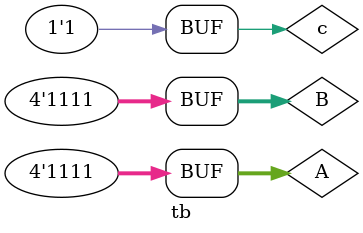
<source format=v>
`timescale 1ns / 1ps


module tb;

	// Inputs
	reg [3:0] A;
	reg [3:0] B;
	reg c;

	// Outputs
	wire [4:0] Sum;

	// Instantiate the Unit Under Test (UUT)
	FullAdder4bit uut (
		.A(A), 
		.B(B), 
		.c(c), 
		.Sum(Sum)
	);

	initial begin
		// Initialize Inputs
		A = 0;
		B = 0;
		c = 0;

		// Wait 100 ns for global reset to finish
		#100;
		A = 1;
		B = 0;
		c = 0;
		#100;
		
		#100;
		A = 0;
		B = 1;
		c = 0;
		#100;
		#100;
		A = 0;
		B = 0;
		c = 1;
		#100;
		#100;
		A = 1;
		B = 1;
		c = 1;
		#100;
		#100;
		A = 5;
		B = 3;
		c = 0;
		#100;
		A = 4;
		B = 5;
		c = 1;
		#100;
		#100;
		A = 15;
		B = 15;
		c = 1;
		#100;
        
		// Add stimulus here

	end
      
endmodule


</source>
